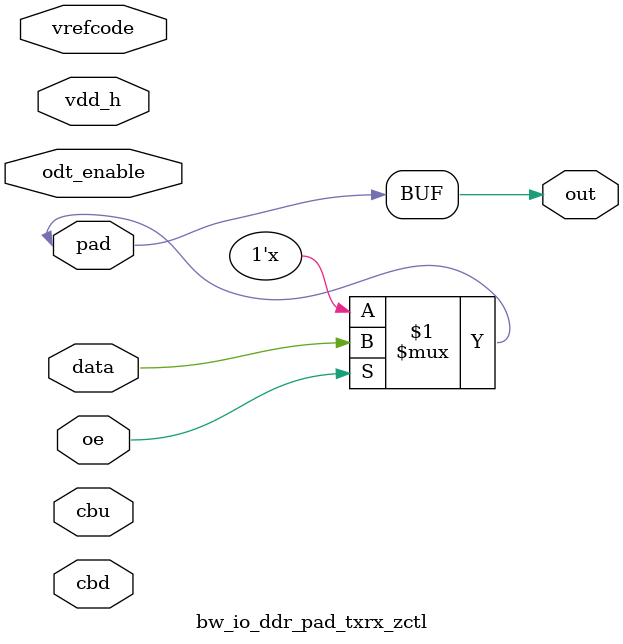
<source format=v>
module bw_io_ddr_pad_txrx_zctl(/*AUTOARG*/
   // Outputs
   out, 
   // Inouts
   pad, 
   // Inputs
   vrefcode, vdd_h, cbu, cbd, data, oe, odt_enable
   );

// INPUTS
input [7:0]     vrefcode;       // impedence control bits 
input           odt_enable;    	// ODT control 
input           vdd_h;         	// IO power
input [8:1]     cbu;            // Impedence Control bits for Pullup driver
input [8:1]     cbd;            // Impedence Control bits for Pulldn driver
input           data;        	// Data input to Driver
input           oe;          	// Output tristate control (active high)
// INOUTS
inout           pad;            // Output/Input pad of Driver/Receiver

// OUTPUTS
output          out;            // Receiver output

//////////////////////////
// CODE
//////////////////////////

assign pad = oe ? data : 1'bz;
assign out = pad;

// FIX FOR MAKING INPUT DQS WEAK 0/1 WHEN BUS IS IN "Z" STATE.
//wire pad_in;
//pulldown p1(pad_in); // pulldown by default if no driver
//assign out = (pad === 1'bz) ? pad_in : pad;

endmodule

</source>
